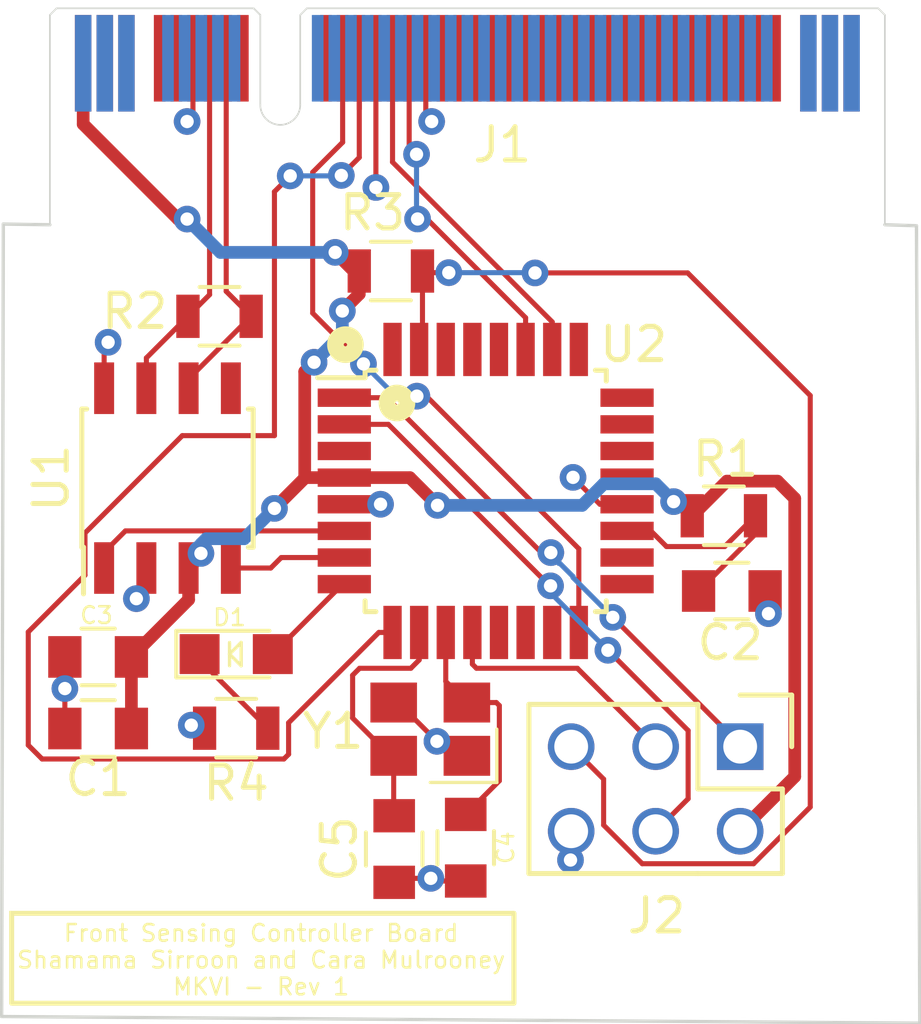
<source format=kicad_pcb>
(kicad_pcb (version 20211014) (generator pcbnew)
  (layers (0 "F.Cu" signal) (31 "B.Cu" signal) (34 "B.Paste" user) (35 "F.Paste" user) (36 "B.SilkS" user "B.Silkscreen") (37 "F.SilkS" user "F.Silkscreen") (38 "B.Mask" user) (39 "F.Mask" user) (44 "Edge.Cuts" user))
  (net 0 "")
  (net 1 "+5V")
  (net 2 "GND")
  (net 3 "Net-(C2-Pad1)")
  (net 4 "Net-(C4-Pad1)")
  (net 5 "Net-(C5-Pad1)")
  (net 8 "/CAN_+")
  (net 9 "/CAN_-")
  (net 10 "/ws1_Vout")
  (net 11 "/ws2_Vout")
  (net 12 "/lp1_Vout")
  (net 13 "/lp2_Vout")
  (net 73 "/MISO")
  (net 74 "/SCK")
  (net 75 "/MOSI")
  (net 76 "/RESET")
  (net 77 "/CAN_TX")
  (net 78 "/CAN_RX")
  (net 95 "Net-(R4-Pad1)")
  (net 96 "Net-(U2-Pad8)")
  (footprint "footprints:C_0805_OEM" (layer "F.Cu") (at 31.25 43.97 -90)
    (fp_text reference "C5" (at 0 1.65 90) (layer "F.SilkS"))
    (fp_text value "C_30pF" hide)
    (fp_line (start 0.5 -0.85) (end -0.5 -0.85) (layer "F.SilkS") (width 0.12))
    (fp_line (start -0.5 0.85) (end 0.5 0.85) (layer "F.SilkS") (width 0.12))
    (pad "1" smd rect locked (at -1 0 270) (size 1 1.25) (layers "F.Cu" "F.Paste" "F.Mask") (net 5 "Net-(C5-Pad1)"))
    (pad "2" smd rect locked (at 1 0 270) (size 1 1.25) (layers "F.Cu" "F.Paste" "F.Mask") (net 2 "GND"))
  )
  (footprint "footprints:LED_0805_OEM" (layer "F.Cu") (at 26.5 38.115)
    (fp_text reference "D1" (at -0.199994 -1.099998) (layer "F.SilkS") (effects (font (size 0.5 0.5) (thickness 0.075))))
    (fp_text value "LED_0805" hide)
    (fp_line (start -1.8 0.7) (end 1 0.7) (layer "F.SilkS") (width 0.12))
    (fp_line (start 0.15 0.35) (end -0.2 0) (layer "F.SilkS") (width 0.1))
    (fp_line (start -0.2 0) (end 0.1 -0.3) (layer "F.SilkS") (width 0.1))
    (fp_line (start -0.2 0) (end -0.2 -0.35) (layer "F.SilkS") (width 0.1))
    (fp_line (start -1.8 -0.7) (end -1.8 0.7) (layer "F.SilkS") (width 0.12))
    (fp_line (start 0.15 0.3) (end 0.15 0.35) (layer "F.SilkS") (width 0.1))
    (fp_line (start 0.15 0.35) (end 0.15 0.3) (layer "F.SilkS") (width 0.1))
    (fp_line (start 0.1 -0.3) (end 0.15 -0.35) (layer "F.SilkS") (width 0.1))
    (fp_line (start -1.8 -0.7) (end 1 -0.7) (layer "F.SilkS") (width 0.12))
    (fp_line (start -0.2 0.35) (end -0.2 0) (layer "F.SilkS") (width 0.1))
    (fp_line (start 0.15 -0.35) (end 0.15 0.3) (layer "F.SilkS") (width 0.1))
    (pad "1" smd rect locked (at -1.1 0 180) (size 1.2 1.2) (layers "F.Cu" "F.Paste" "F.Mask") (net 95 "Net-(R4-Pad1)"))
    (pad "2" smd rect locked (at 1.1 0 180) (size 1.2 1.2) (layers "F.Cu" "F.Paste" "F.Mask") (net 96 "Net-(U2-Pad8)"))
  )
  (footprint "footprints:C_0805_OEM" (layer "F.Cu") (at 41.4 36.22)
    (fp_text reference "C2" (at -0.05 1.55) (layer "F.SilkS"))
    (fp_text value "C_100pF" hide)
    (fp_line (start 0.5 -0.85) (end -0.5 -0.85) (layer "F.SilkS") (width 0.12))
    (fp_line (start -0.5 0.85) (end 0.5 0.85) (layer "F.SilkS") (width 0.12))
    (pad "1" smd rect locked (at -1 0) (size 1 1.25) (layers "F.Cu" "F.Paste" "F.Mask") (net 3 "Net-(C2-Pad1)"))
    (pad "2" smd rect locked (at 1 0) (size 1 1.25) (layers "F.Cu" "F.Paste" "F.Mask") (net 2 "GND"))
  )
  (footprint "footprints:Crystal_SMD_FA238" (layer "F.Cu") (at 32.335 40.37 180)
    (fp_text reference "Y1" (at 2.92436 -0.06192) (layer "F.SilkS"))
    (fp_text value "Crystal_SMD" hide)
    (fp_line (start -2 -1.6) (end 0 -1.6) (layer "F.SilkS") (width 0.1))
    (fp_line (start -2 -1.6) (end -2 0) (layer "F.SilkS") (width 0.1))
    (pad "1" smd rect locked (at -1.1 0.8 180) (size 1.4 1.2) (layers "F.Cu" "F.Mask") (net 4 "Net-(C4-Pad1)"))
    (pad "2" smd rect locked (at 1.1 0.8 180) (size 1.4 1.2) (layers "F.Cu" "F.Mask") (net 2 "GND"))
    (pad "3" smd rect locked (at 1.1 -0.8 180) (size 1.4 1.2) (layers "F.Cu" "F.Mask") (net 5 "Net-(C5-Pad1)"))
    (pad "4" smd rect locked (at -1.1 -0.8 180) (size 1.4 1.2) (layers "F.Cu" "F.Mask") (net 2 "GND"))
  )
  (footprint "footprints:Pin_Header_Straight_2x03" (layer "F.Cu") (at 41.65 40.895 -90)
    (fp_text reference "J2" (at 5.078 2.51 180) (layer "F.SilkS"))
    (fp_text value "CONN_02X03" hide)
    (fp_line (start 3.81 -1.27) (end 1.27 -1.27) (layer "F.SilkS") (width 0.15))
    (fp_line (start 3.81 1.27) (end 3.81 -1.27) (layer "F.SilkS") (width 0.15))
    (fp_line (start -1.55 -1.55) (end -1.55 0) (layer "F.SilkS") (width 0.15))
    (fp_line (start -1.55 -1.55) (end 0 -1.55) (layer "F.SilkS") (width 0.15))
    (fp_line (start -1.27 6.35) (end 3.81 6.35) (layer "F.SilkS") (width 0.15))
    (fp_line (start -1.27 1.27) (end -1.27 6.35) (layer "F.SilkS") (width 0.15))
    (fp_line (start 1.27 1.27) (end -1.27 1.27) (layer "F.SilkS") (width 0.15))
    (fp_line (start 1.27 -1.27) (end 1.27 1.27) (layer "F.SilkS") (width 0.15))
    (fp_line (start 3.81 6.35) (end 3.81 1.27) (layer "F.SilkS") (width 0.15))
    (pad "1" thru_hole rect locked (at 0 0 270) (size 1.4 1.4) (drill 1.016) (layers *.Cu *.Mask) (net 73 "/MISO"))
    (pad "2" thru_hole circle locked (at 2.54 0 270) (size 1.4 1.4) (drill 1.016) (layers *.Cu *.Mask) (net 1 "+5V"))
    (pad "3" thru_hole circle locked (at 0 2.54 270) (size 1.4 1.4) (drill 1.016) (layers *.Cu *.Mask) (net 74 "/SCK"))
    (pad "4" thru_hole circle locked (at 2.54 2.54 270) (size 1.4 1.4) (drill 1.016) (layers *.Cu *.Mask) (net 75 "/MOSI"))
    (pad "5" thru_hole circle locked (at 0 5.08 270) (size 1.4 1.4) (drill 1.016) (layers *.Cu *.Mask) (net 76 "/RESET"))
    (pad "6" thru_hole circle locked (at 2.54 5.08 270) (size 1.4 1.4) (drill 1.016) (layers *.Cu *.Mask) (net 2 "GND"))
  )
  (footprint "footprints:C_0805_OEM" (layer "F.Cu") (at 22.35 38.2 180)
    (fp_text reference "C3" (at 0.049999 1.25001) (layer "F.SilkS") (effects (font (size 0.5 0.5) (thickness 0.075))))
    (fp_text value "C_0.1uF" hide)
    (fp_line (start -0.5 0.85) (end 0.5 0.85) (layer "F.SilkS") (width 0.12))
    (fp_line (start 0.5 -0.85) (end -0.5 -0.85) (layer "F.SilkS") (width 0.12))
    (pad "1" smd rect locked (at -1 0 180) (size 1 1.25) (layers "F.Cu" "F.Paste" "F.Mask") (net 1 "+5V"))
    (pad "2" smd rect locked (at 1 0 180) (size 1 1.25) (layers "F.Cu" "F.Paste" "F.Mask") (net 2 "GND"))
  )
  (footprint "footprints:R_0805_OEM" (layer "F.Cu") (at 26.5 40.34 180)
    (fp_text reference "R4" (at 0 -1.65) (layer "F.SilkS"))
    (fp_text value "R_100" hide)
    (fp_line (start 0.6 0.88) (end -0.6 0.88) (layer "F.SilkS") (width 0.12))
    (fp_line (start -0.6 -0.88) (end 0.6 -0.88) (layer "F.SilkS") (width 0.12))
    (pad "1" smd rect locked (at -0.95 0 180) (size 0.7 1.3) (layers "F.Cu" "F.Paste" "F.Mask") (net 95 "Net-(R4-Pad1)"))
    (pad "2" smd rect locked (at 0.95 0 180) (size 0.7 1.3) (layers "F.Cu" "F.Paste" "F.Mask") (net 2 "GND"))
  )
  (footprint "footprints:TQFP-32_7x7mm_Pitch0.8mm" (layer "F.Cu") (at 34 33.215)
    (fp_text reference "U2" (at 4.45 -4.4) (layer "F.SilkS"))
    (fp_text value "ATMEGA16M1" hide)
    (fp_line (start -3.625 3.625) (end -3.625 3.3) (layer "F.SilkS") (width 0.15))
    (fp_line (start -3.625 -3.4) (end -5.05 -3.4) (layer "F.SilkS") (width 0.15))
    (fp_line (start 3.625 3.625) (end 3.625 3.3) (layer "F.SilkS") (width 0.15))
    (fp_line (start -3.625 -3.625) (end -3.3 -3.625) (layer "F.SilkS") (width 0.15))
    (fp_line (start -3.625 3.625) (end -3.3 3.625) (layer "F.SilkS") (width 0.15))
    (fp_line (start 3.625 3.625) (end 3.3 3.625) (layer "F.SilkS") (width 0.15))
    (fp_line (start -3.625 -3.625) (end -3.625 -3.4) (layer "F.SilkS") (width 0.15))
    (fp_line (start 3.625 -3.625) (end 3.3 -3.625) (layer "F.SilkS") (width 0.15))
    (fp_line (start 3.625 -3.625) (end 3.625 -3.3) (layer "F.SilkS") (width 0.15))
    (fp_circle (center -4.2164 -4.3942) (end -4.2164 -4.445) (layer "F.SilkS") (width 0.5) (fill none))
    (fp_circle (center -2.667 -2.6416) (end -2.667 -2.6924) (layer "F.SilkS") (width 0.5) (fill none))
    (pad "1" smd rect locked (at -4.25 -2.8) (size 1.6 0.55) (layers "F.Cu" "F.Paste" "F.Mask") (net 73 "/MISO"))
    (pad "2" smd rect locked (at -4.25 -2) (size 1.6 0.55) (layers "F.Cu" "F.Paste" "F.Mask") (net 75 "/MOSI"))
    (pad "3" smd rect locked (at -4.25 -1.2) (size 1.6 0.55) (layers "F.Cu" "F.Paste" "F.Mask"))
    (pad "4" smd rect locked (at -4.25 -0.4) (size 1.6 0.55) (layers "F.Cu" "F.Paste" "F.Mask") (net 1 "+5V"))
    (pad "5" smd rect locked (at -4.25 0.4) (size 1.6 0.55) (layers "F.Cu" "F.Paste" "F.Mask") (net 2 "GND"))
    (pad "6" smd rect locked (at -4.25 1.2) (size 1.6 0.55) (layers "F.Cu" "F.Paste" "F.Mask") (net 77 "/CAN_TX"))
    (pad "7" smd rect locked (at -4.25 2) (size 1.6 0.55) (layers "F.Cu" "F.Paste" "F.Mask") (net 78 "/CAN_RX"))
    (pad "8" smd rect locked (at -4.25 2.8) (size 1.6 0.55) (layers "F.Cu" "F.Paste" "F.Mask") (net 96 "Net-(U2-Pad8)"))
    (pad "9" smd rect locked (at -2.8 4.25 90) (size 1.6 0.55) (layers "F.Cu" "F.Paste" "F.Mask") (net 11 "/ws2_Vout"))
    (pad "10" smd rect locked (at -2 4.25 90) (size 1.6 0.55) (layers "F.Cu" "F.Paste" "F.Mask") (net 5 "Net-(C5-Pad1)"))
    (pad "11" smd rect locked (at -1.2 4.25 90) (size 1.6 0.55) (layers "F.Cu" "F.Paste" "F.Mask") (net 4 "Net-(C4-Pad1)"))
    (pad "12" smd rect locked (at -0.4 4.25 90) (size 1.6 0.55) (layers "F.Cu" "F.Paste" "F.Mask") (net 74 "/SCK"))
    (pad "13" smd rect locked (at 0.4 4.25 90) (size 1.6 0.55) (layers "F.Cu" "F.Paste" "F.Mask"))
    (pad "14" smd rect locked (at 1.2 4.25 90) (size 1.6 0.55) (layers "F.Cu" "F.Paste" "F.Mask"))
    (pad "15" smd rect locked (at 2 4.25 90) (size 1.6 0.55) (layers "F.Cu" "F.Paste" "F.Mask"))
    (pad "16" smd rect locked (at 2.8 4.25 90) (size 1.6 0.55) (layers "F.Cu" "F.Paste" "F.Mask") (net 10 "/ws1_Vout"))
    (pad "17" smd rect locked (at 4.25 2.8) (size 1.6 0.55) (layers "F.Cu" "F.Paste" "F.Mask"))
    (pad "18" smd rect locked (at 4.25 2) (size 1.6 0.55) (layers "F.Cu" "F.Paste" "F.Mask"))
    (pad "19" smd rect locked (at 4.25 1.2) (size 1.6 0.55) (layers "F.Cu" "F.Paste" "F.Mask") (net 3 "Net-(C2-Pad1)"))
    (pad "20" smd rect locked (at 4.25 0.4) (size 1.6 0.55) (layers "F.Cu" "F.Paste" "F.Mask") (net 2 "GND"))
    (pad "21" smd rect locked (at 4.25 -0.4) (size 1.6 0.55) (layers "F.Cu" "F.Paste" "F.Mask"))
    (pad "22" smd rect locked (at 4.25 -1.2) (size 1.6 0.55) (layers "F.Cu" "F.Paste" "F.Mask"))
    (pad "23" smd rect locked (at 4.25 -2) (size 1.6 0.55) (layers "F.Cu" "F.Paste" "F.Mask"))
    (pad "24" smd rect locked (at 4.25 -2.8) (size 1.6 0.55) (layers "F.Cu" "F.Paste" "F.Mask"))
    (pad "25" smd rect locked (at 2.8 -4.25 90) (size 1.6 0.55) (layers "F.Cu" "F.Paste" "F.Mask"))
    (pad "26" smd rect locked (at 2 -4.25 90) (size 1.6 0.55) (layers "F.Cu" "F.Paste" "F.Mask") (net 12 "/lp1_Vout"))
    (pad "27" smd rect locked (at 1.2 -4.25 90) (size 1.6 0.55) (layers "F.Cu" "F.Paste" "F.Mask") (net 13 "/lp2_Vout"))
    (pad "28" smd rect locked (at 0.4 -4.25 90) (size 1.6 0.55) (layers "F.Cu" "F.Paste" "F.Mask"))
    (pad "29" smd rect locked (at -0.4 -4.25 90) (size 1.6 0.55) (layers "F.Cu" "F.Paste" "F.Mask"))
    (pad "30" smd rect locked (at -1.2 -4.25 90) (size 1.6 0.55) (layers "F.Cu" "F.Paste" "F.Mask"))
    (pad "31" smd rect locked (at -2 -4.25 90) (size 1.6 0.55) (layers "F.Cu" "F.Paste" "F.Mask") (net 76 "/RESET"))
    (pad "32" smd rect locked (at -2.8 -4.25 90) (size 1.6 0.55) (layers "F.Cu" "F.Paste" "F.Mask"))
  )
  (footprint "footprints:R_0805_OEM" (layer "F.Cu") (at 26 27.97)
    (fp_text reference "R2" (at -2.55 -0.15) (layer "F.SilkS"))
    (fp_text value "R_120_DNP" hide)
    (fp_line (start 0.6 0.88) (end -0.6 0.88) (layer "F.SilkS") (width 0.12))
    (fp_line (start -0.6 -0.88) (end 0.6 -0.88) (layer "F.SilkS") (width 0.12))
    (pad "1" smd rect locked (at -0.95 0) (size 0.7 1.3) (layers "F.Cu" "F.Paste" "F.Mask") (net 8 "/CAN_+"))
    (pad "2" smd rect locked (at 0.95 0) (size 0.7 1.3) (layers "F.Cu" "F.Paste" "F.Mask") (net 9 "/CAN_-"))
  )
  (footprint "footprints:C_0805_OEM" (layer "F.Cu") (at 33.4 43.93 -90)
    (fp_text reference "C4" (at -0.000006 -1.200006 -90) (layer "F.SilkS") (effects (font (size 0.5 0.5) (thickness 0.075))))
    (fp_text value "C_30pF" hide)
    (fp_line (start -0.5 0.85) (end 0.5 0.85) (layer "F.SilkS") (width 0.12))
    (fp_line (start 0.5 -0.85) (end -0.5 -0.85) (layer "F.SilkS") (width 0.12))
    (pad "1" smd rect locked (at -1 0 270) (size 1 1.25) (layers "F.Cu" "F.Paste" "F.Mask") (net 4 "Net-(C4-Pad1)"))
    (pad "2" smd rect locked (at 1 0 270) (size 1 1.25) (layers "F.Cu" "F.Paste" "F.Mask") (net 2 "GND"))
  )
  (footprint "footprints:SOIC-8_3.9x4.9mm_Pitch1.27mm_OEM" (layer "F.Cu") (at 24.435 32.83 90)
    (fp_text reference "U1" (at 0 -3.5 90) (layer "F.SilkS"))
    (fp_text value "MCP2561-E_SN" hide)
    (fp_line (start 2.075 -2.575) (end 2.075 -2.43) (layer "F.SilkS") (width 0.15))
    (fp_line (start -2.075 -2.525) (end -3.475 -2.525) (layer "F.SilkS") (width 0.15))
    (fp_line (start -2.075 2.575) (end -2.075 2.43) (layer "F.SilkS") (width 0.15))
    (fp_line (start -2.075 2.575) (end 2.075 2.575) (layer "F.SilkS") (width 0.15))
    (fp_line (start -2.075 -2.575) (end -2.075 -2.525) (layer "F.SilkS") (width 0.15))
    (fp_line (start 2.075 2.575) (end 2.075 2.43) (layer "F.SilkS") (width 0.15))
    (fp_line (start -2.075 -2.575) (end 2.075 -2.575) (layer "F.SilkS") (width 0.15))
    (pad "1" smd rect locked (at -2.7 -1.905 90) (size 1.55 0.6) (layers "F.Cu" "F.Paste" "F.Mask") (net 77 "/CAN_TX"))
    (pad "2" smd rect locked (at -2.7 -0.635 90) (size 1.55 0.6) (layers "F.Cu" "F.Paste" "F.Mask") (net 2 "GND"))
    (pad "3" smd rect locked (at -2.7 0.635 90) (size 1.55 0.6) (layers "F.Cu" "F.Paste" "F.Mask") (net 1 "+5V"))
    (pad "4" smd rect locked (at -2.7 1.905 90) (size 1.55 0.6) (layers "F.Cu" "F.Paste" "F.Mask") (net 78 "/CAN_RX"))
    (pad "5" smd rect locked (at 2.7 1.905 90) (size 1.55 0.6) (layers "F.Cu" "F.Paste" "F.Mask"))
    (pad "6" smd rect locked (at 2.7 0.635 90) (size 1.55 0.6) (layers "F.Cu" "F.Paste" "F.Mask") (net 9 "/CAN_-"))
    (pad "7" smd rect locked (at 2.7 -0.635 90) (size 1.55 0.6) (layers "F.Cu" "F.Paste" "F.Mask") (net 8 "/CAN_+"))
    (pad "8" smd rect locked (at 2.7 -1.905 90) (size 1.55 0.6) (layers "F.Cu" "F.Paste" "F.Mask") (net 2 "GND"))
  )
  (footprint "footprints:C_0805_OEM" (layer "F.Cu") (at 22.35 40.35 180)
    (fp_text reference "C1" (at 0 -1.5) (layer "F.SilkS"))
    (fp_text value "C_0.1uF" hide)
    (fp_line (start -0.5 0.85) (end 0.5 0.85) (layer "F.SilkS") (width 0.12))
    (fp_line (start 0.5 -0.85) (end -0.5 -0.85) (layer "F.SilkS") (width 0.12))
    (pad "1" smd rect locked (at -1 0 180) (size 1 1.25) (layers "F.Cu" "F.Paste" "F.Mask") (net 1 "+5V"))
    (pad "2" smd rect locked (at 1 0 180) (size 1 1.25) (layers "F.Cu" "F.Paste" "F.Mask") (net 2 "GND"))
  )
  (footprint "footprints:R_0805_OEM" (layer "F.Cu") (at 41.16 33.96)
    (fp_text reference "R1" (at 0.05 -1.7) (layer "F.SilkS"))
    (fp_text value "R_100" hide)
    (fp_line (start 0.6 0.88) (end -0.6 0.88) (layer "F.SilkS") (width 0.12))
    (fp_line (start -0.6 -0.88) (end 0.6 -0.88) (layer "F.SilkS") (width 0.12))
    (pad "1" smd rect locked (at -0.95 0) (size 0.7 1.3) (layers "F.Cu" "F.Paste" "F.Mask") (net 1 "+5V"))
    (pad "2" smd rect locked (at 0.95 0) (size 0.7 1.3) (layers "F.Cu" "F.Paste" "F.Mask") (net 3 "Net-(C2-Pad1)"))
  )
  (footprint "footprints:Automotive_M.2_Edge_Connector" (layer "F.Cu") (at 33.45 18.72)
    (fp_text reference "J1" (at 1.05 4.1 unlocked) (layer "F.SilkS"))
    (fp_text value "Automotive_M.2_Edge_Connector" hide)
    (fp_line (start -12.35 0) (end -6.425 0) (layer "Edge.Cuts") (width 0.05))
    (fp_line (start -6.225 0.2) (end -6.425 0) (layer "Edge.Cuts") (width 0.05))
    (fp_line (start -12.55 0.2) (end -12.55 6.5) (layer "Edge.Cuts") (width 0.05))
    (fp_line (start -12.55 0.2) (end -12.35 0) (layer "Edge.Cuts") (width 0.05))
    (fp_line (start -5.025 2.9) (end -5.025 0.2) (layer "Edge.Cuts") (width 0.05))
    (fp_line (start -6.225 2.9) (end -6.225 0.2) (layer "Edge.Cuts") (width 0.05))
    (fp_line (start -4.825 0) (end 12.35 0) (layer "Edge.Cuts") (width 0.05))
    (fp_line (start 12.55 0.2) (end 12.35 0) (layer "Edge.Cuts") (width 0.05))
    (fp_line (start 12.55 0.2) (end 12.55 6.5) (layer "Edge.Cuts") (width 0.05))
    (fp_line (start -5.025 0.2) (end -4.825 0) (layer "Edge.Cuts") (width 0.05))
    (fp_arc (start -5.025 2.9) (mid -5.625 3.5) (end -6.225 2.9) (layer "Edge.Cuts") (width 0.05))
    (pad "4" connect rect (at -9.249999 1.5) (size 0.35 2.6) (layers "F.Cu" "F.Mask"))
    (pad "5" connect rect (at -8.75 1.5) (size 0.35 2.6) (layers "F.Cu" "F.Mask"))
    (pad "6" connect rect (at -8.25 1.5) (size 0.35 2.6) (layers "F.Cu" "F.Mask") (net 2 "GND"))
    (pad "7" connect rect (at -7.75 1.5) (size 0.35 2.6) (layers "F.Cu" "F.Mask") (net 8 "/CAN_+"))
    (pad "8" connect rect (at -7.25 1.5) (size 0.35 2.6) (layers "F.Cu" "F.Mask") (net 9 "/CAN_-"))
    (pad "9" connect rect (at -6.75 1.5) (size 0.35 2.6) (layers "F.Cu" "F.Mask") (net 2 "GND"))
    (pad "10" connect rect (at -4.25 1.5) (size 0.35 2.6) (layers "F.Cu" "F.Mask") (net 2 "GND"))
    (pad "11" connect rect (at -3.75 1.5) (size 0.35 2.6) (layers "F.Cu" "F.Mask") (net 10 "/ws1_Vout"))
    (pad "12" connect rect (at -3.25 1.5) (size 0.35 2.6) (layers "F.Cu" "F.Mask") (net 11 "/ws2_Vout"))
    (pad "13" connect rect (at -2.75 1.5) (size 0.35 2.6) (layers "F.Cu" "F.Mask") (net 2 "GND"))
    (pad "14" connect rect (at -2.25 1.5) (size 0.35 2.6) (layers "F.Cu" "F.Mask") (net 12 "/lp1_Vout"))
    (pad "15" connect rect (at -1.75 1.5) (size 0.35 2.6) (layers "F.Cu" "F.Mask") (net 13 "/lp2_Vout"))
    (pad "16" connect rect (at -1.25 1.5) (size 0.35 2.6) (layers "F.Cu" "F.Mask") (net 2 "GND"))
    (pad "17" connect rect (at -0.75 1.5) (size 0.35 2.6) (layers "F.Cu" "F.Mask"))
    (pad "18" connect rect (at -0.25 1.5) (size 0.35 2.6) (layers "F.Cu" "F.Mask"))
    (pad "19" connect rect (at 0.25 1.5) (size 0.35 2.6) (layers "F.Cu" "F.Mask"))
    (pad "20" connect rect (at 0.75 1.5) (size 0.35 2.6) (layers "F.Cu" "F.Mask"))
    (pad "21" connect rect (at 1.25 1.5) (size 0.35 2.6) (layers "F.Cu" "F.Mask"))
    (pad "22" connect rect (at 1.75 1.5) (size 0.35 2.6) (layers "F.Cu" "F.Mask"))
    (pad "23" connect rect (at 2.25 1.5) (size 0.35 2.6) (layers "F.Cu" "F.Mask"))
    (pad "24" connect rect (at 2.75 1.5) (size 0.35 2.6) (layers "F.Cu" "F.Mask"))
    (pad "25" connect rect (at 3.25 1.5) (size 0.35 2.6) (layers "F.Cu" "F.Mask"))
    (pad "26" connect rect (at 3.75 1.5) (size 0.35 2.6) (layers "F.Cu" "F.Mask"))
    (pad "27" connect rect (at 4.25 1.5) (size 0.35 2.6) (layers "F.Cu" "F.Mask"))
    (pad "28" connect rect (at 4.75 1.5) (size 0.35 2.6) (layers "F.Cu" "F.Mask"))
    (pad "29" connect rect (at 5.25 1.5) (size 0.35 2.6) (layers "F.Cu" "F.Mask"))
    (pad "30" connect rect (at 5.75 1.5) (size 0.35 2.6) (layers "F.Cu" "F.Mask"))
    (pad "31" connect rect (at 6.25 1.5) (size 0.35 2.6) (layers "F.Cu" "F.Mask"))
    (pad "32" connect rect (at 6.75 1.5) (size 0.35 2.6) (layers "F.Cu" "F.Mask"))
    (pad "33" connect rect (at 7.25 1.5) (size 0.35 2.6) (layers "F.Cu" "F.Mask"))
    (pad "34" connect rect (at 7.75 1.5) (size 0.35 2.6) (layers "F.Cu" "F.Mask"))
    (pad "35" connect rect (at 8.25 1.5) (size 0.35 2.6) (layers "F.Cu" "F.Mask"))
    (pad "36" connect rect (at 8.75 1.5) (size 0.35 2.6) (layers "F.Cu" "F.Mask"))
    (pad "37" connect rect (at 9.249999 1.5) (size 0.35 2.6) (layers "F.Cu" "F.Mask"))
    (pad "41" connect rect (at -9 1.5) (size 0.35 2.6) (layers "B.Cu" "B.Mask"))
    (pad "42" connect rect (at -8.5 1.5) (size 0.35 2.6) (layers "B.Cu" "B.Mask"))
    (pad "43" connect rect (at -8 1.5) (size 0.35 2.6) (layers "B.Cu" "B.Mask"))
    (pad "44" connect rect (at -7.5 1.5) (size 0.35 2.6) (layers "B.Cu" "B.Mask"))
    (pad "45" connect rect (at -7 1.5) (size 0.35 2.6) (layers "B.Cu" "B.Mask"))
    (pad "46" connect rect (at -4.5 1.5) (size 0.35 2.6) (layers "B.Cu" "B.Mask"))
    (pad "47" connect rect (at -4 1.5) (size 0.35 2.6) (layers "B.Cu" "B.Mask"))
    (pad "48" connect rect (at -3.5 1.5) (size 0.35 2.6) (layers "B.Cu" "B.Mask"))
    (pad "49" connect rect (at -3 1.5) (size 0.35 2.6) (layers "B.Cu" "B.Mask"))
    (pad "50" connect rect (at -2.5 1.5) (size 0.35 2.6) (layers "B.Cu" "B.Mask"))
    (pad "51" connect rect (at -2 1.5) (size 0.35 2.6) (layers "B.Cu" "B.Mask"))
    (pad "52" connect rect (at -1.5 1.5) (size 0.35 2.6) (layers "B.Cu" "B.Mask"))
    (pad "53" connect rect (at -1 1.5) (size 0.35 2.6) (layers "B.Cu" "B.Mask"))
    (pad "54" connect rect (at -0.5 1.5) (size 0.35 2.6) (layers "B.Cu" "B.Mask"))
    (pad "55" connect rect (at 0 1.5) (size 0.35 2.6) (layers "B.Cu" "B.Mask"))
    (pad "56" connect rect (at 0.5 1.5) (size 0.35 2.6) (layers "B.Cu" "B.Mask"))
    (pad "57" connect rect (at 1 1.5) (size 0.35 2.6) (layers "B.Cu" "B.Mask"))
    (pad "58" connect rect (at 1.5 1.5) (size 0.35 2.6) (layers "B.Cu" "B.Mask"))
    (pad "59" connect rect (at 2 1.5) (size 0.35 2.6) (layers "B.Cu" "B.Mask"))
    (pad "60" connect rect (at 2.5 1.5) (size 0.35 2.6) (layers "B.Cu" "B.Mask"))
    (pad "61" connect rect (at 3 1.5) (size 0.35 2.6) (layers "B.Cu" "B.Mask"))
    (pad "62" connect rect (at 3.5 1.5) (size 0.35 2.6) (layers "B.Cu" "B.Mask"))
    (pad "63" connect rect (at 4 1.5) (size 0.35 2.6) (layers "B.Cu" "B.Mask"))
    (pad "64" connect rect (at 4.5 1.5) (size 0.35 2.6) (layers "B.Cu" "B.Mask"))
    (pad "65" connect rect (at 5 1.5) (size 0.35 2.6) (layers "B.Cu" "B.Mask"))
    (pad "66" connect rect (at 5.5 1.5) (size 0.35 2.6) (layers "B.Cu" "B.Mask"))
    (pad "67" connect rect (at 6 1.5) (size 0.35 2.6) (layers "B.Cu" "B.Mask"))
    (pad "68" connect rect (at 6.5 1.5) (size 0.35 2.6) (layers "B.Cu" "B.Mask"))
    (pad "69" connect rect (at 7 1.5) (size 0.35 2.6) (layers "B.Cu" "B.Mask"))
    (pad "70" connect rect (at 7.5 1.5) (size 0.35 2.6) (layers "B.Cu" "B.Mask"))
    (pad "71" connect rect (at 8 1.5) (size 0.35 2.6) (layers "B.Cu" "B.Mask"))
    (pad "72" connect rect (at 8.5 1.5) (size 0.35 2.6) (layers "B.Cu" "B.Mask"))
    (pad "73" connect rect (at 9 1.5) (size 0.35 2.6) (layers "B.Cu" "B.Mask"))
    (pad "P1" connect rect (at -11.55 1.65) (size 0.4953 2.899999) (layers "B.Cu" "B.Mask") (net 1 "+5V"))
    (pad "P1" connect rect (at -11.55 1.65) (size 0.4953 2.899999) (layers "F.Cu" "F.Mask") (net 1 "+5V"))
    (pad "P2" connect rect (at -10.9 1.65) (size 0.4953 2.899999) (layers "B.Cu" "B.Mask"))
    (pad "P2" connect rect (at -10.9 1.65) (size 0.4953 2.899999) (layers "F.Cu" "F.Mask"))
    (pad "P3" connect rect (at -10.25 1.65) (size 0.4953 2.899999) (layers "B.Cu" "B.Mask"))
    (pad "P3" connect rect (at -10.25 1.65) (size 0.4953 2.899999) (layers "F.Cu" "F.Mask"))
    (pad "P38" connect rect (at 10.25 1.65) (size 0.4953 2.899999) (layers "B.Cu" "B.Mask"))
    (pad "P38" connect rect (at 10.25 1.65) (size 0.4953 2.899999) (layers "F.Cu" "F.Mask"))
    (pad "P39" connect rect (at 10.9 1.65) (size 0.4953 2.899999) (layers "B.Cu" "B.Mask"))
    (pad "P39" connect rect (at 10.9 1.65) (size 0.4953 2.899999) (layers "F.Cu" "F.Mask"))
    (pad "P40" connect rect (at 11.55 1.65) (size 0.4953 2.899999) (layers "B.Cu" "B.Mask"))
    (pad "P40" connect rect (at 11.55 1.65) (size 0.4953 2.899999) (layers "F.Cu" "F.Mask"))
  )
  (footprint "footprints:R_0805_OEM" (layer "F.Cu") (at 31.15 26.61)
    (fp_text reference "R3" (at -0.55 -1.75) (layer "F.SilkS"))
    (fp_text value "R_10K" hide)
    (fp_line (start -0.6 -0.88) (end 0.6 -0.88) (layer "F.SilkS") (width 0.12))
    (fp_line (start 0.6 0.88) (end -0.6 0.88) (layer "F.SilkS") (width 0.12))
    (pad "1" smd rect locked (at -0.95 0) (size 0.7 1.3) (layers "F.Cu" "F.Paste" "F.Mask") (net 1 "+5V"))
    (pad "2" smd rect locked (at 0.95 0) (size 0.7 1.3) (layers "F.Cu" "F.Paste" "F.Mask") (net 76 "/RESET"))
  )
  (gr_rect (start 34.85 48.6) (end 19.75 45.9) (layer "F.SilkS") (width 0.15) (fill none))
  (gr_line (start 20.9 25.22) (end 19.5 25.2) (layer "Edge.Cuts") (width 0.1))
  (gr_line (start 19.45 49) (end 47.05 49.2) (layer "Edge.Cuts") (width 0.1))
  (gr_line (start 19.5 25.2) (end 19.45 49) (layer "Edge.Cuts") (width 0.1))
  (gr_line (start 47.05 49.2) (end 46.95 25.25) (layer "Edge.Cuts") (width 0.1))
  (gr_line (start 46.95 25.25) (end 46 25.22) (layer "Edge.Cuts") (width 0.1))
  (gr_text "Front Sensing Controller Board\nShamama Sirroon and Cara Mulrooney\nMKVI - Rev 1" (at 27.24999 47.300001) (layer "F.SilkS") (effects (font (size 0.5 0.5) (thickness 0.075))))
  (segment (start 31.719414 32.815) (end 32.552207 33.647793) (width 0.381) (layer "F.Cu") (net 1))
  (segment (start 23.35 38.2) (end 23.35 40.35) (width 0.381) (layer "F.Cu") (net 1))
  (segment (start 43.290011 33.440011) (end 42.769989 32.919989) (width 0.381) (layer "F.Cu") (net 1))
  (segment (start 39.649502 33.535696) (end 39.785696 33.535696) (width 0.381) (layer "F.Cu") (net 1))
  (segment (start 30.0357 26.61) (end 29.4757 26.05) (width 0.381) (layer "F.Cu") (net 1))
  (segment (start 42.769989 32.919989) (end 41.250011 32.919989) (width 0.381) (layer "F.Cu") (net 1))
  (segment (start 21.9 22.197671) (end 21.9 20.37) (width 0.381) (layer "F.Cu") (net 1))
  (segment (start 30.2 26.61) (end 30.0357 26.61) (width 0.381) (layer "F.Cu") (net 1))
  (segment (start 24.752329 25.05) (end 21.9 22.197671) (width 0.381) (layer "F.Cu") (net 1))
  (segment (start 28.559989 32.800689) (end 28.5743 32.815) (width 0.381) (layer "F.Cu") (net 1))
  (segment (start 28.559989 29.631422) (end 28.559989 32.800689) (width 0.381) (layer "F.Cu") (net 1))
  (segment (start 29.75 32.815) (end 31.719414 32.815) (width 0.381) (layer "F.Cu") (net 1))
  (segment (start 27.65 33.7393) (end 28.5743 32.815) (width 0.381) (layer "F.Cu") (net 1))
  (segment (start 25.0243 25.05) (end 24.752329 25.05) (width 0.381) (layer "F.Cu") (net 1))
  (segment (start 41.250011 32.919989) (end 40.21 33.96) (width 0.381) (layer "F.Cu") (net 1))
  (segment (start 39.785696 33.535696) (end 40.21 33.96) (width 0.381) (layer "F.Cu") (net 1))
  (segment (start 30.2 27.3) (end 29.690542 27.809458) (width 0.381) (layer "F.Cu") (net 1))
  (segment (start 23.35 38.2) (end 25.07 36.48) (width 0.381) (layer "F.Cu") (net 1))
  (segment (start 25.07 36.48) (end 25.07 35.53) (width 0.381) (layer "F.Cu") (net 1))
  (segment (start 28.5743 32.815) (end 29.75 32.815) (width 0.381) (layer "F.Cu") (net 1))
  (segment (start 28.841411 29.35) (end 28.559989 29.631422) (width 0.381) (layer "F.Cu") (net 1))
  (segment (start 41.65 43.435) (end 43.290011 41.794989) (width 0.381) (layer "F.Cu") (net 1))
  (segment (start 25.440498 35.159502) (end 25.07 35.53) (width 0.381) (layer "F.Cu") (net 1))
  (segment (start 43.290011 41.794989) (end 43.290011 33.440011) (width 0.381) (layer "F.Cu") (net 1))
  (segment (start 25.440498 35.0907) (end 25.440498 35.159502) (width 0.381) (layer "F.Cu") (net 1))
  (segment (start 30.2 26.61) (end 30.2 27.3) (width 0.381) (layer "F.Cu") (net 1))
  (via (at 25.440498 35.0907) (size 0.8) (drill 0.4) (layers "F.Cu" "B.Cu") (net 1))
  (via (at 27.65 33.7393) (size 0.8) (drill 0.4) (layers "F.Cu" "B.Cu") (net 1))
  (via (at 28.841411 29.35) (size 0.8) (drill 0.4) (layers "F.Cu" "B.Cu") (net 1))
  (via (at 32.552207 33.647793) (size 0.8) (drill 0.4) (layers "F.Cu" "B.Cu") (net 1))
  (via (at 29.4757 26.05) (size 0.8) (drill 0.4) (layers "F.Cu" "B.Cu") (net 1))
  (via (at 25.0243 25.05) (size 0.8) (drill 0.4) (layers "F.Cu" "B.Cu") (net 1))
  (via (at 29.690542 27.809458) (size 0.8) (drill 0.4) (layers "F.Cu" "B.Cu") (net 1))
  (via (at 39.649502 33.535696) (size 0.8) (drill 0.4) (layers "F.Cu" "B.Cu") (net 1))
  (segment (start 26.7393 34.65) (end 27.65 33.7393) (width 0.381) (layer "B.Cu") (net 1))
  (segment (start 25.6 34.65) (end 25.440498 34.809502) (width 0.381) (layer "B.Cu") (net 1))
  (segment (start 26.0243 26.05) (end 25.0243 25.05) (width 0.381) (layer "B.Cu") (net 1))
  (segment (start 36.902207 33.647793) (end 32.552207 33.647793) (width 0.381) (layer "B.Cu") (net 1))
  (segment (start 25.440498 34.809502) (end 25.440498 35.0907) (width 0.381) (layer "B.Cu") (net 1))
  (segment (start 25.6 34.65) (end 26.7393 34.65) (width 0.381) (layer "B.Cu") (net 1))
  (segment (start 29.4757 26.05) (end 26.0243 26.05) (width 0.381) (layer "B.Cu") (net 1))
  (segment (start 39.113806 33) (end 37.55 33) (width 0.381) (layer "B.Cu") (net 1))
  (segment (start 29.690542 27.809458) (end 29.690542 28.500869) (width 0.381) (layer "B.Cu") (net 1))
  (segment (start 29.690542 28.500869) (end 28.841411 29.35) (width 0.381) (layer "B.Cu") (net 1))
  (segment (start 39.649502 33.535696) (end 39.113806 33) (width 0.381) (layer "B.Cu") (net 1))
  (segment (start 37.55 33) (end 36.902207 33.647793) (width 0.381) (layer "B.Cu") (net 1))
  (segment (start 37.433336 33.615) (end 36.625553 32.807217) (width 0.1524) (layer "F.Cu") (net 2))
  (segment (start 21.35 38.2) (end 21.35 39.15) (width 0.1524) (layer "F.Cu") (net 2))
  (segment (start 23.8 36.15) (end 23.5 36.45) (width 0.1524) (layer "F.Cu") (net 2))
  (segment (start 22.53 28.87) (end 22.65 28.75) (width 0.1524) (layer "F.Cu") (net 2))
  (segment (start 25.2 21.943802) (end 25.0243 22.119502) (width 0.1524) (layer "F.Cu") (net 2))
  (segment (start 29.75 33.615) (end 30.839442 33.614999) (width 0.1524) (layer "F.Cu") (net 2))
  (segment (start 42.4 36.22) (end 42.4 36.8) (width 0.1524) (layer "F.Cu") (net 2))
  (segment (start 31.369521 39.57) (end 32.534501 40.73498) (width 0.1524) (layer "F.Cu") (net 2))
  (segment (start 25.55 40.34) (end 25.24 40.34) (width 0.1524) (layer "F.Cu") (net 2))
  (segment (start 21.35 40.35) (end 21.35 39.15) (width 0.1524) (layer "F.Cu") (net 2))
  (segment (start 30.7 20.22) (end 30.7 24.1) (width 0.1524) (layer "F.Cu") (net 2))
  (segment (start 36.57 43.435) (end 36.57 44.28) (width 0.1524) (layer "F.Cu") (net 2))
  (segment (start 31.37 44.85) (end 32.35 44.85) (width 0.1524) (layer "F.Cu") (net 2))
  (segment (start 33.4 44.93) (end 32.43 44.93) (width 0.1524) (layer "F.Cu") (net 2))
  (segment (start 23.78 35.48) (end 23.78 35.205) (width 0.1524) (layer "F.Cu") (net 2))
  (segment (start 25.24 40.34) (end 25.15 40.25) (width 0.1524) (layer "F.Cu") (net 2))
  (segment (start 31.25 44.97) (end 31.37 44.85) (width 0.1524) (layer "F.Cu") (net 2))
  (segment (start 36.57 44.28) (end 36.55 44.3) (width 0.1524) (layer "F.Cu") (net 2))
  (segment (start 32.2 20.22) (end 32.2 21.943802) (width 0.1524) (layer "F.Cu") (net 2))
  (segment (start 38.25 33.615) (end 37.433336 33.615) (width 0.1524) (layer "F.Cu") (net 2))
  (segment (start 32.969521 41.17) (end 32.534501 40.73498) (width 0.1524) (layer "F.Cu") (net 2))
  (segment (start 23.8 35.53) (end 23.8 36.15) (width 0.1524) (layer "F.Cu") (net 2))
  (segment (start 32.2 21.943802) (end 32.3757 22.119502) (width 0.1524) (layer "F.Cu") (net 2))
  (segment (start 33.435 41.17) (end 32.969521 41.17) (width 0.1524) (layer "F.Cu") (net 2))
  (segment (start 31.25 44.85) (end 31.2 44.8) (width 0.381) (layer "F.Cu") (net 2))
  (segment (start 42.4 36.8) (end 42.5 36.9) (width 0.1524) (layer "F.Cu") (net 2))
  (segment (start 31.235 39.57) (end 31.369521 39.57) (width 0.1524) (layer "F.Cu") (net 2))
  (segment (start 32.43 44.93) (end 32.35 44.85) (width 0.1524) (layer "F.Cu") (net 2))
  (segment (start 31.25 44.97) (end 31.25 44.85) (width 0.381) (layer "F.Cu") (net 2))
  (segment (start 22.53 30.13) (end 22.53 28.87) (width 0.1524) (layer "F.Cu") (net 2))
  (segment (start 25.2 20.22) (end 25.2 21.943802) (width 0.1524) (layer "F.Cu") (net 2))
  (via (at 25.0243 22.119502) (size 0.8) (drill 0.4) (layers "F.Cu" "B.Cu") (net 2))
  (via (at 42.5 36.9) (size 0.8) (drill 0.4) (layers "F.Cu" "B.Cu") (net 2))
  (via (at 25.15 40.25) (size 0.8) (drill 0.4) (layers "F.Cu" "B.Cu") (net 2))
  (via (at 36.55 44.3) (size 0.8) (drill 0.4) (layers "F.Cu" "B.Cu") (net 2))
  (via (at 21.35 39.15) (size 0.8) (drill 0.4) (layers "F.Cu" "B.Cu") (net 2))
  (via (at 23.5 36.45) (size 0.8) (drill 0.4) (layers "F.Cu" "B.Cu") (net 2))
  (via (at 30.7 24.1) (size 0.8) (drill 0.4) (layers "F.Cu" "B.Cu") (net 2))
  (via (at 36.625553 32.807217) (size 0.8) (drill 0.4) (layers "F.Cu" "B.Cu") (net 2))
  (via (at 32.35 44.85) (size 0.8) (drill 0.4) (layers "F.Cu" "B.Cu") (net 2))
  (via (at 32.534501 40.73498) (size 0.8) (drill 0.4) (layers "F.Cu" "B.Cu") (net 2))
  (via (at 30.839442 33.614999) (size 0.8) (drill 0.4) (layers "F.Cu" "B.Cu") (net 2))
  (via (at 32.3757 22.119502) (size 0.8) (drill 0.4) (layers "F.Cu" "B.Cu") (net 2))
  (via (at 22.65 28.75) (size 0.8) (drill 0.4) (layers "F.Cu" "B.Cu") (net 2))
  (segment (start 39.435711 34.885711) (end 38.965 34.415) (width 0.1524) (layer "F.Cu") (net 3))
  (segment (start 41.184289 34.885711) (end 39.435711 34.885711) (width 0.1524) (layer "F.Cu") (net 3))
  (segment (start 38.965 34.415) (end 38.25 34.415) (width 0.1524) (layer "F.Cu") (net 3))
  (segment (start 42.11 34.51) (end 42.11 33.96) (width 0.1524) (layer "F.Cu") (net 3))
  (segment (start 40.4 36.22) (end 42.11 34.51) (width 0.1524) (layer "F.Cu") (net 3))
  (segment (start 42.11 33.96) (end 41.184289 34.885711) (width 0.1524) (layer "F.Cu") (net 3))
  (segment (start 34.410711 39.660711) (end 34.32 39.57) (width 0.1524) (layer "F.Cu") (net 4))
  (segment (start 34.410711 41.919289) (end 34.410711 39.660711) (width 0.1524) (layer "F.Cu") (net 4))
  (segment (start 33.435 39.57) (end 32.8 38.935) (width 0.1524) (layer "F.Cu") (net 4))
  (segment (start 32.8 38.935) (end 32.8 37.465) (width 0.1524) (layer "F.Cu") (net 4))
  (segment (start 34.32 39.57) (end 33.435 39.57) (width 0.1524) (layer "F.Cu") (net 4))
  (segment (start 33.4 42.93) (end 34.410711 41.919289) (width 0.1524) (layer "F.Cu") (net 4))
  (segment (start 31.235 42.955) (end 31.25 42.97) (width 0.1524) (layer "F.Cu") (net 5))
  (segment (start 31.750711 38.540711) (end 32 38.291422) (width 0.1524) (layer "F.Cu") (net 5))
  (segment (start 30 38.75) (end 30.209289 38.540711) (width 0.1524) (layer "F.Cu") (net 5))
  (segment (start 31.135 41.17) (end 30 40.035) (width 0.1524) (layer "F.Cu") (net 5))
  (segment (start 32 38.291422) (end 32 37.465) (width 0.1524) (layer "F.Cu") (net 5))
  (segment (start 31.235 41.17) (end 31.235 42.955) (width 0.1524) (layer "F.Cu") (net 5))
  (segment (start 31.235 41.17) (end 31.335 41.17) (width 0.1524) (layer "F.Cu") (net 5))
  (segment (start 30 40.035) (end 30 38.75) (width 0.1524) (layer "F.Cu") (net 5))
  (segment (start 30.209289 38.540711) (end 31.750711 38.540711) (width 0.1524) (layer "F.Cu") (net 5))
  (segment (start 31.235 41.17) (end 31.135 41.17) (width 0.1524) (layer "F.Cu") (net 5))
  (segment (start 23.8 29.22) (end 25.05 27.97) (width 0.1524) (layer "F.Cu") (net 8))
  (segment (start 25.7 27.32) (end 25.05 27.97) (width 0.1524) (layer "F.Cu") (net 8))
  (segment (start 23.8 30.13) (end 23.8 29.22) (width 0.1524) (layer "F.Cu") (net 8))
  (segment (start 25.7 20.22) (end 25.7 27.32) (width 0.1524) (layer "F.Cu") (net 8))
  (segment (start 25.07 30.13) (end 25.07 29.85) (width 0.1524) (layer "F.Cu") (net 9))
  (segment (start 26.2 27.22) (end 26.95 27.97) (width 0.1524) (layer "F.Cu") (net 9))
  (segment (start 25.07 29.85) (end 26.95 27.97) (width 0.1524) (layer "F.Cu") (net 9))
  (segment (start 26.2 20.22) (end 26.2 27.22) (width 0.1524) (layer "F.Cu") (net 9))
  (segment (start 25.05 30.18) (end 25.05 30.08) (width 0.1524) (layer "F.Cu") (net 9))
  (segment (start 29.7 22.744112) (end 29.7 20.22) (width 0.1524) (layer "F.Cu") (net 10))
  (segment (start 28.8 27.874502) (end 28.8 23.644112) (width 0.1524) (layer "F.Cu") (net 10))
  (segment (start 30.325498 29.4) (end 28.8 27.874502) (width 0.1524) (layer "F.Cu") (net 10))
  (segment (start 36.8 34.951994) (end 32.215924 30.367918) (width 0.1524) (layer "F.Cu") (net 10))
  (segment (start 32.215924 30.367918) (end 31.932082 30.367918) (width 0.1524) (layer "F.Cu") (net 10))
  (segment (start 28.8 23.644112) (end 29.7 22.744112) (width 0.1524) (layer "F.Cu") (net 10))
  (segment (start 36.8 37.465) (end 36.8 34.951994) (width 0.1524) (layer "F.Cu") (net 10))
  (via (at 31.932082 30.367918) (size 0.8) (drill 0.4) (layers "F.Cu" "B.Cu") (net 10))
  (via (at 30.325498 29.4) (size 0.8) (drill 0.4) (layers "F.Cu" "B.Cu") (net 10))
  (segment (start 31.293416 30.367918) (end 30.325498 29.4) (width 0.1524) (layer "B.Cu") (net 10))
  (segment (start 31.932082 30.367918) (end 31.293416 30.367918) (width 0.1524) (layer "B.Cu") (net 10))
  (segment (start 28.1243 23.752755) (end 27.65 24.227055) (width 0.1524) (layer "F.Cu") (net 11))
  (segment (start 20.25 37.45) (end 20.25 40.85) (width 0.1524) (layer "F.Cu") (net 11))
  (segment (start 27.65 31.553578) (end 24.88 31.553578) (width 0.1524) (layer "F.Cu") (net 11))
  (segment (start 29.660569 23.739129) (end 30.2 23.199698) (width 0.1524) (layer "F.Cu") (net 11))
  (segment (start 21.954289 35.745711) (end 20.25 37.45) (width 0.1524) (layer "F.Cu") (net 11))
  (segment (start 27.65 24.227055) (end 27.65 31.553578) (width 0.1524) (layer "F.Cu") (net 11))
  (segment (start 30.2 23.199698) (end 30.2 20.22) (width 0.1524) (layer "F.Cu") (net 11))
  (segment (start 27.934289 41.265711) (end 28.075711 41.124289) (width 0.1524) (layer "F.Cu") (net 11))
  (segment (start 30.78731 37.465) (end 31.2 37.465) (width 0.1524) (layer "F.Cu") (net 11))
  (segment (start 21.954289 34.479289) (end 21.954289 35.745711) (width 0.1524) (layer "F.Cu") (net 11))
  (segment (start 20.665711 41.265711) (end 27.934289 41.265711) (width 0.1524) (layer "F.Cu") (net 11))
  (segment (start 24.88 31.553578) (end 21.954289 34.479289) (width 0.1524) (layer "F.Cu") (net 11))
  (segment (start 28.075711 40.176599) (end 30.78731 37.465) (width 0.1524) (layer "F.Cu") (net 11))
  (segment (start 30.2 21.746422) (end 30.2 20.22) (width 0.1524) (layer "F.Cu") (net 11))
  (segment (start 28.075711 41.124289) (end 28.075711 40.176599) (width 0.1524) (layer "F.Cu") (net 11))
  (segment (start 20.25 40.85) (end 20.665711 41.265711) (width 0.1524) (layer "F.Cu") (net 11))
  (via (at 29.660569 23.739129) (size 0.8) (drill 0.4) (layers "F.Cu" "B.Cu") (net 11))
  (via (at 28.1243 23.752755) (size 0.8) (drill 0.4) (layers "F.Cu" "B.Cu") (net 11))
  (segment (start 29.646943 23.752755) (end 29.660569 23.739129) (width 0.1524) (layer "B.Cu") (net 11))
  (segment (start 28.1243 23.752755) (end 29.646943 23.752755) (width 0.1524) (layer "B.Cu") (net 11))
  (segment (start 31.2 20.22) (end 31.2 23.338578) (width 0.1524) (layer "F.Cu") (net 12))
  (segment (start 36 28.138578) (end 36 28.965) (width 0.1524) (layer "F.Cu") (net 12))
  (segment (start 31.2 23.338578) (end 36 28.138578) (width 0.1524) (layer "F.Cu") (net 12))
  (segment (start 32.234482 25.047082) (end 31.952918 25.047082) (width 0.1524) (layer "F.Cu") (net 13))
  (segment (start 35.2 28.0126) (end 32.234482 25.047082) (width 0.1524) (layer "F.Cu") (net 13))
  (segment (start 31.7 22.882992) (end 31.7 20.22) (width 0.1524) (layer "F.Cu") (net 13))
  (segment (start 31.921354 23.104346) (end 31.7 22.882992) (width 0.1524) (layer "F.Cu") (net 13))
  (segment (start 35.2 28.965) (end 35.2 28.0126) (width 0.1524) (layer "F.Cu") (net 13))
  (via (at 31.921354 23.104346) (size 0.8) (drill 0.4) (layers "F.Cu" "B.Cu") (net 13))
  (via (at 31.952918 25.047082) (size 0.8) (drill 0.4) (layers "F.Cu" "B.Cu") (net 13))
  (segment (start 31.921354 25.015518) (end 31.921354 23.104346) (width 0.1524) (layer "B.Cu") (net 13))
  (segment (start 31.952918 25.047082) (end 31.921354 25.015518) (width 0.1524) (layer "B.Cu") (net 13))
  (segment (start 41.65 40.895) (end 41.65 40.840726) (width 0.1524) (layer "F.Cu") (net 73))
  (segment (start 35.958436 35.066031) (end 35.674609 35.066031) (width 0.1524) (layer "F.Cu") (net 73))
  (segment (start 35.674609 35.066031) (end 31.023578 30.415) (width 0.1524) (layer "F.Cu") (net 73))
  (segment (start 31.023578 30.415) (end 29.75 30.415) (width 0.1524) (layer "F.Cu") (net 73))
  (segment (start 41.65 40.840726) (end 37.820491 37.011217) (width 0.1524) (layer "F.Cu") (net 73))
  (via (at 35.958436 35.066031) (size 0.8) (drill 0.4) (layers "F.Cu" "B.Cu") (net 73))
  (via (at 37.820491 37.011217) (size 0.8) (drill 0.4) (layers "F.Cu" "B.Cu") (net 73))
  (segment (start 36.625711 35.785608) (end 36.625711 35.816437) (width 0.1524) (layer "B.Cu") (net 73))
  (segment (start 36.625711 35.816437) (end 37.820491 37.011217) (width 0.1524) (layer "B.Cu") (net 73))
  (segment (start 36.22989 35.389787) (end 36.625711 35.785608) (width 0.1524) (layer "B.Cu") (net 73))
  (segment (start 35.958436 35.066031) (end 35.958436 35.149162) (width 0.1524) (layer "B.Cu") (net 73))
  (segment (start 35.958436 35.149162) (end 36.199061 35.389787) (width 0.1524) (layer "B.Cu") (net 73))
  (segment (start 36.199061 35.389787) (end 36.22989 35.389787) (width 0.1524) (layer "B.Cu") (net 73))
  (segment (start 33.6 38.4174) (end 33.6 37.465) (width 0.1524) (layer "F.Cu") (net 74))
  (segment (start 33.723311 38.540711) (end 33.6 38.4174) (width 0.1524) (layer "F.Cu") (net 74))
  (segment (start 39.11 40.895) (end 36.755711 38.540711) (width 0.1524) (layer "F.Cu") (net 74))
  (segment (start 36.755711 38.540711) (end 33.723311 38.540711) (width 0.1524) (layer "F.Cu") (net 74))
  (segment (start 31.075 31.215) (end 29.75 31.215) (width 0.1524) (layer "F.Cu") (net 75))
  (segment (start 35.95 36.065498) (end 35.925498 36.065498) (width 0.1524) (layer "F.Cu") (net 75))
  (segment (start 40.085711 42.459289) (end 40.085711 40.411209) (width 0.1524) (layer "F.Cu") (net 75))
  (segment (start 40.085711 40.411209) (end 37.674502 38) (width 0.1524) (layer "F.Cu") (net 75))
  (segment (start 35.925498 36.065498) (end 31.075 31.215) (width 0.1524) (layer "F.Cu") (net 75))
  (segment (start 39.11 43.435) (end 40.085711 42.459289) (width 0.1524) (layer "F.Cu") (net 75))
  (via (at 37.674502 38) (size 0.8) (drill 0.4) (layers "F.Cu" "B.Cu") (net 75))
  (via (at 35.95 36.065498) (size 0.8) (drill 0.4) (layers "F.Cu" "B.Cu") (net 75))
  (segment (start 37.674502 38) (end 35.95 36.275498) (width 0.1524) (layer "B.Cu") (net 75))
  (segment (start 35.95 36.275498) (end 35.95 36.065498) (width 0.1524) (layer "B.Cu") (net 75))
  (segment (start 42.054154 44.410711) (end 43.756231 42.708634) (width 0.1524) (layer "F.Cu") (net 76))
  (segment (start 43.756231 42.708634) (end 43.756231 30.349809) (width 0.1524) (layer "F.Cu") (net 76))
  (segment (start 32.1 28.865) (end 32 28.965) (width 0.1524) (layer "F.Cu") (net 76))
  (segment (start 40.072918 26.666496) (end 35.483504 26.666496) (width 0.1524) (layer "F.Cu") (net 76))
  (segment (start 43.756231 30.349809) (end 40.072918 26.666496) (width 0.1524) (layer "F.Cu") (net 76))
  (segment (start 37.545711 43.250576) (end 38.705846 44.410711) (width 0.1524) (layer "F.Cu") (net 76))
  (segment (start 37.545711 41.870711) (end 37.545711 43.250576) (width 0.1524) (layer "F.Cu") (net 76))
  (segment (start 36.57 40.895) (end 37.545711 41.870711) (width 0.1524) (layer "F.Cu") (net 76))
  (segment (start 38.705846 44.410711) (end 42.054154 44.410711) (width 0.1524) (layer "F.Cu") (net 76))
  (segment (start 32.149093 26.659093) (end 32.1 26.61) (width 0.1524) (layer "F.Cu") (net 76))
  (segment (start 32.890907 26.659093) (end 32.149093 26.659093) (width 0.1524) (layer "F.Cu") (net 76))
  (segment (start 32.1 26.61) (end 32.1 28.865) (width 0.1524) (layer "F.Cu") (net 76))
  (via (at 35.483504 26.666496) (size 0.8) (drill 0.4) (layers "F.Cu" "B.Cu") (net 76))
  (via (at 32.890907 26.659093) (size 0.8) (drill 0.4) (layers "F.Cu" "B.Cu") (net 76))
  (segment (start 35.476101 26.659093) (end 32.890907 26.659093) (width 0.1524) (layer "B.Cu") (net 76))
  (segment (start 35.483504 26.666496) (end 35.476101 26.659093) (width 0.1524) (layer "B.Cu") (net 76))
  (segment (start 22.53 35.53) (end 22.53 35.055) (width 0.1524) (layer "F.Cu") (net 77))
  (segment (start 23.17 34.415) (end 29.75 34.415) (width 0.1524) (layer "F.Cu") (net 77))
  (segment (start 22.53 35.055) (end 23.17 34.415) (width 0.1524) (layer "F.Cu") (net 77))
  (segment (start 27.855 35.215) (end 29.75 35.215) (width 0.1524) (layer "F.Cu") (net 78))
  (segment (start 26.34 35.53) (end 27.54 35.53) (width 0.1524) (layer "F.Cu") (net 78))
  (segment (start 27.54 35.53) (end 27.855 35.215) (width 0.1524) (layer "F.Cu") (net 78))
  (segment (start 26.32 35.48) (end 26.32 35.461198) (width 0.381) (layer "F.Cu") (net 78))
  (segment (start 25.4 38.115) (end 25.4 38.29) (width 0.1524) (layer "F.Cu") (net 95))
  (segment (start 25.4 38.29) (end 27.45 40.34) (width 0.1524) (layer "F.Cu") (net 95))
  (segment (start 29.75 36.015) (end 29.7 36.015) (width 0.1524) (layer "F.Cu") (net 96))
  (segment (start 29.7 36.015) (end 27.6 38.115) (width 0.1524) (layer "F.Cu") (net 96))
)
</source>
